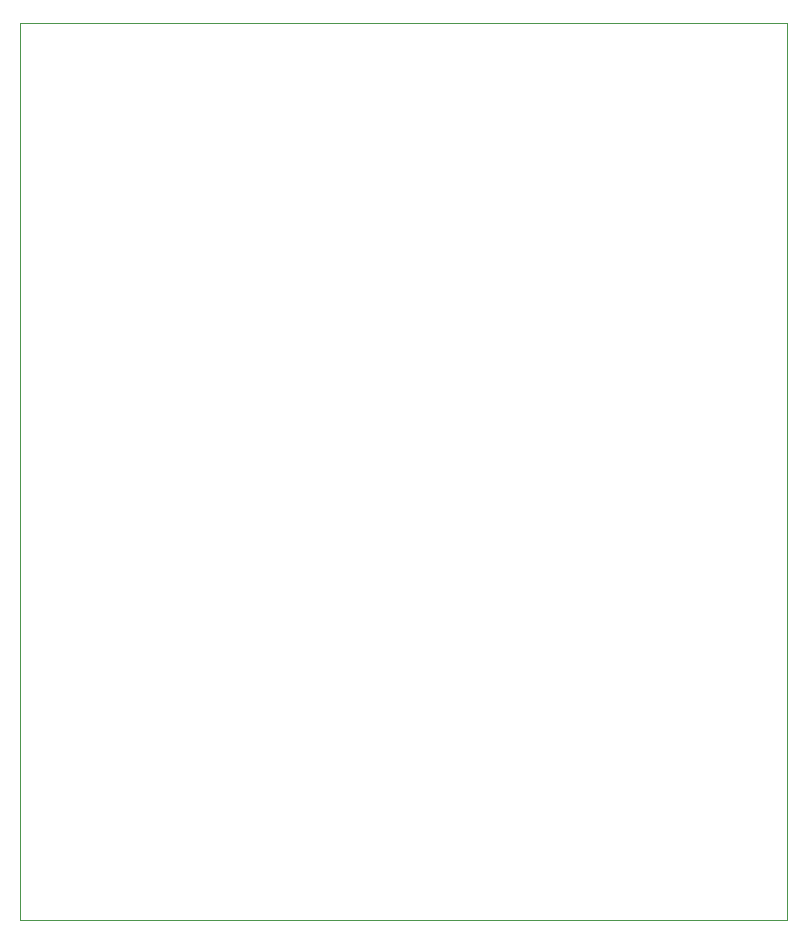
<source format=gbr>
G04 #@! TF.GenerationSoftware,KiCad,Pcbnew,(5.1.5)-3*
G04 #@! TF.CreationDate,2021-12-21T15:30:23+01:00*
G04 #@! TF.ProjectId,NummernstellputOutput,4e756d6d-6572-46e7-9374-656c6c707574,rev?*
G04 #@! TF.SameCoordinates,Original*
G04 #@! TF.FileFunction,Profile,NP*
%FSLAX46Y46*%
G04 Gerber Fmt 4.6, Leading zero omitted, Abs format (unit mm)*
G04 Created by KiCad (PCBNEW (5.1.5)-3) date 2021-12-21 15:30:23*
%MOMM*%
%LPD*%
G04 APERTURE LIST*
%ADD10C,0.050000*%
G04 APERTURE END LIST*
D10*
X79000000Y-14000000D02*
X14000000Y-14000000D01*
X79000000Y-90000000D02*
X79000000Y-14000000D01*
X14000000Y-90000000D02*
X79000000Y-90000000D01*
X14000000Y-14000000D02*
X14000000Y-90000000D01*
M02*

</source>
